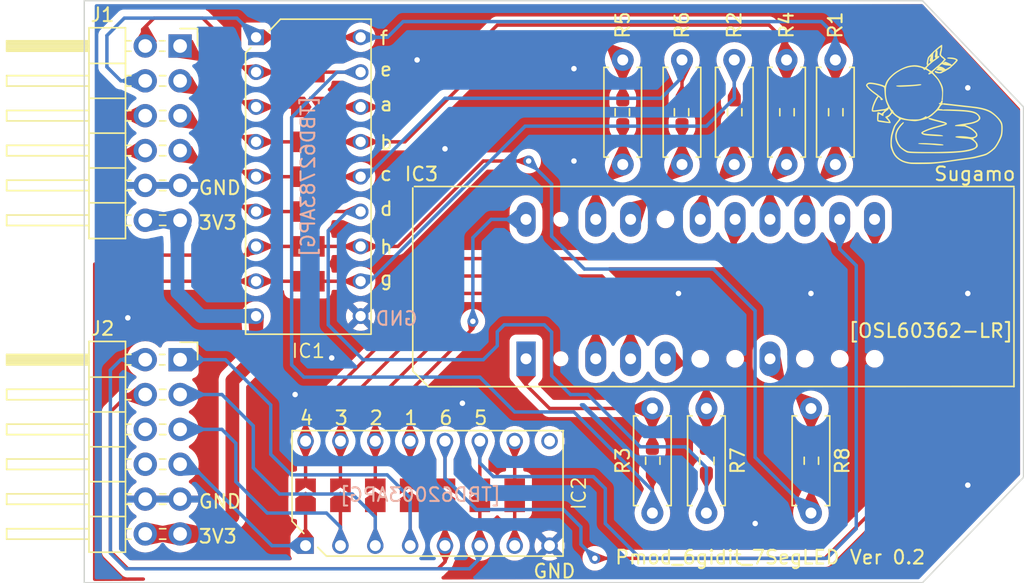
<source format=kicad_pcb>
(kicad_pcb (version 20221018) (generator pcbnew)
  (layers (0 "F.Cu" signal) (31 "B.Cu" signal) (34 "B.Paste" user) (35 "F.Paste" user) (36 "B.SilkS" user "B.Silkscreen") (37 "F.SilkS" user "F.Silkscreen") (38 "B.Mask" user) (39 "F.Mask" user) (44 "Edge.Cuts" user))
  (net 0 "")
  (net 1 "Net-(DS1-ANODE_E)")
  (net 2 "Net-(DS1-KATHODE_2)")
  (net 3 "Net-(DS1-KATHODE_3)")
  (net 4 "Net-(DS1-ANODE_D)")
  (net 5 "Net-(DS1-ANODE_DP)")
  (net 6 "Net-(DS1-KATHODE_6)")
  (net 7 "Net-(DS1-KATHODE_5)")
  (net 8 "Net-(DS1-ANODE_F)")
  (net 9 "Net-(DS1-ANODE_A)")
  (net 10 "Net-(DS1-KATHODE_4)")
  (net 11 "Net-(DS1-ANODE_G)")
  (net 12 "Net-(DS1-ANODE_C)")
  (net 13 "Net-(DS1-ANODE_B)")
  (net 14 "Net-(DS1-KATHODE_1)")
  (net 15 "Net-(IC1-I1)")
  (net 16 "Net-(IC1-I2)")
  (net 17 "Net-(IC1-I3)")
  (net 18 "Net-(IC1-I4)")
  (net 19 "Net-(IC1-I5)")
  (net 20 "Net-(IC1-I6)")
  (net 21 "Net-(IC1-I7)")
  (net 22 "Net-(IC1-I8)")
  (net 23 "VCC")
  (net 24 "GND")
  (net 25 "Net-(IC1-O8)")
  (net 26 "Net-(IC1-O7)")
  (net 27 "Net-(IC1-O6)")
  (net 28 "Net-(IC1-O5)")
  (net 29 "Net-(IC1-O4)")
  (net 30 "Net-(IC1-O3)")
  (net 31 "Net-(IC1-O2)")
  (net 32 "Net-(IC1-O1)")
  (net 33 "Net-(J2-Pin_1)")
  (net 34 "Net-(J2-Pin_2)")
  (net 35 "Net-(J2-Pin_3)")
  (net 36 "Net-(J2-Pin_4)")
  (net 37 "Net-(J2-Pin_7)")
  (net 38 "Net-(J2-Pin_8)")
  (net 41 "unconnected-(Q1-I7-Pad7)")
  (net 43 "unconnected-(Q1-O7-Pad10)")
  (footprint "Library:Resistor_SMD_THT" (layer "F.Cu") (at 146.939 100.076 90)
    (fp_text reference "R3")
    (fp_text value "68" hide)
  )
  (footprint "Library:Resistor_SMD_THT" (layer "F.Cu") (at 160.274 74.676 90)
    (fp_text reference "R1")
    (fp_text value "68" hide)
  )
  (footprint "Library:Resistor_SMD_THT" (layer "F.Cu") (at 150.876 100.076 90)
    (fp_text reference "R7")
    (fp_text value "68" hide)
  )
  (footprint "Library:Resistor_SMD_THT" (layer "F.Cu") (at 149.098 67.056 -90)
    (fp_text reference "R6")
    (fp_text value "68" hide)
  )
  (footprint "Library:Pmod" (layer "F.Cu") (at 112.522 88.9)
    (fp_text reference "J2")
    (fp_text value "Conn_02x06_Counter_Clockwise" hide)
  )
  (footprint "MyLibrary:logo_kamo_ss" (layer "F.Cu") (at 167.386 70.358)
    (fp_text reference "G***" hide)
    (fp_text value "LOGO" hide)
  )
  (footprint "MyLibrary:OSL60362-LR-with-allpin" (layer "F.Cu") (at 137.7315 88.836 90)
    (fp_text reference "IC3")
    (fp_text value "OSL60362-LR" hide)
  )
  (footprint "Library:Resistor_SMD_THT" (layer "F.Cu") (at 156.718 74.676 90)
    (fp_text reference "R4")
    (fp_text value "68" hide)
  )
  (footprint "Library:Resistor_SMD_THT" (layer "F.Cu") (at 144.78 67.056 -90)
    (fp_text reference "R5")
    (fp_text value "68" hide)
  )
  (footprint "Library:DIP762W60P254L1975H445Q16N_solderjumper" (layer "F.Cu") (at 130.556 98.642 90)
    (fp_text reference "IC2")
    (fp_text value "TBD62003APG" hide)
  )
  (footprint "Library:Pmod" (layer "F.Cu") (at 112.522 66.04)
    (fp_text reference "J1")
    (fp_text value "Conn_02x06_Counter_Clockwise" hide)
  )
  (footprint "Library:DIP762W55P254L2286H480Q18N_with_solderjumper" (layer "F.Cu") (at 121.867 75.565)
    (fp_text reference "IC1")
    (fp_text value "TBD62783APG" hide)
  )
  (footprint "Library:Resistor_SMD_THT" (layer "F.Cu") (at 158.496 100.076 90)
    (fp_text reference "R8")
    (fp_text value "68" hide)
  )
  (footprint "Library:Resistor_SMD_THT" (layer "F.Cu") (at 152.908 74.676 90)
    (fp_text reference "R2")
    (fp_text value "68" hide)
  )
  (gr_line (start 105.537 105.156) (end 105.537 62.738) (stroke (width 0.1)) (layer "Edge.Cuts"))
  (gr_line (start 166.624 105.156) (end 105.537 105.156) (stroke (width 0.1)) (layer "Edge.Cuts"))
  (gr_line (start 166.624 62.738) (end 173.99 70.485) (stroke (width 0.1)) (layer "Edge.Cuts"))
  (gr_line (start 105.537 62.738) (end 166.624 62.738) (stroke (width 0.1)) (layer "Edge.Cuts"))
  (gr_line (start 166.624 105.156) (end 173.99 97.4725) (stroke (width 0.1)) (layer "Edge.Cuts"))
  (gr_line (start 173.99 70.485) (end 173.99 97.4725) (stroke (width 0.1)) (layer "Edge.Cuts"))
  (gr_text "GND" (at 129.921 86.487) (layer "B.SilkS") (effects (font (size 1 1)) (justify left bottom mirror)))
  (gr_text "[TBD62783APG]" (at 122.428 69.596 90) (layer "B.SilkS") (effects (font (size 1 1)) (justify left bottom mirror)))
  (gr_text "[TBD62003APG]" (at 135.9916 99.3256) (layer "B.SilkS") (effects (font (size 1 1)) (justify left bottom mirror)))
  (gr_text "Pmod_6gidit_7SegLED Ver 0.2" (at 144.145 103.886) (layer "F.SilkS") (effects (font (size 1 1)) (justify left bottom)))
  (gr_text "Sugamo" (at 167.386 75.946) (layer "F.SilkS") (effects (font (size 1 1)) (justify left bottom)))
  (gr_text "5" (at 133.858 93.726) (layer "F.SilkS") (effects (font (size 1 1)) (justify left bottom)))
  (gr_text "GND" (at 113.792 99.822) (layer "F.SilkS") (effects (font (size 1 1)) (justify left bottom)))
  (gr_text "4" (at 121.158 93.726) (layer "F.SilkS") (effects (font (size 1 1)) (justify left bottom)))
  (gr_text "f" (at 127 66.04) (layer "F.SilkS") (effects (font (size 1 1)) (justify left bottom)))
  (gr_text "h" (at 127 81.28) (layer "F.SilkS") (effects (font (size 1 1)) (justify left bottom)))
  (gr_text "e" (at 127 68.326) (layer "F.SilkS") (effects (font (size 1 1)) (justify left bottom)))
  (gr_text "6" (at 131.318 93.726) (layer "F.SilkS") (effects (font (size 1 1)) (justify left bottom)))
  (gr_text "a" (at 127 70.866) (layer "F.SilkS") (effects (font (size 1 1)) (justify left bottom)))
  (gr_text "3V3" (at 113.792 102.362) (layer "F.SilkS") (effects (font (size 1 1)) (justify left bottom)))
  (gr_text "c" (at 127 75.946) (layer "F.SilkS") (effects (font (size 1 1)) (justify left bottom)))
  (gr_text "g" (at 127 83.566) (layer "F.SilkS") (effects (font (size 1 1)) (justify left bottom)))
  (gr_text "3V3" (at 113.792 79.502) (layer "F.SilkS") (effects (font (size 1 1)) (justify left bottom)))
  (gr_text "3" (at 123.698 93.726) (layer "F.SilkS") (effects (font (size 1 1)) (justify left bottom)))
  (gr_text "GND" (at 138.176 104.902) (layer "F.SilkS") (effects (font (size 1 1)) (justify left bottom)))
  (gr_text "d" (at 127 78.486) (layer "F.SilkS") (effects (font (size 1 1)) (justify left bottom)))
  (gr_text "GND" (at 113.792 76.962) (layer "F.SilkS") (effects (font (size 1 1)) (justify left bottom)))
  (gr_text "1" (at 128.778 93.726) (layer "F.SilkS") (effects (font (size 1 1)) (justify left bottom)))
  (gr_text "b" (at 127 73.66) (layer "F.SilkS") (effects (font (size 1 1)) (justify left bottom)))
  (gr_text "2" (at 126.238 93.726) (layer "F.SilkS") (effects (font (size 1 1)) (justify left bottom)))
  (gr_text "[OSL60362-LR]" (at 161.163 87.376) (layer "F.SilkS") (effects (font (size 1 1)) (justify left bottom)))
  (segment (start 137.7315 90.7415) (end 137.7315 88.836) (width 0.25) (layer "F.Cu") (net 1))
  (segment (start 146.939 95.3535) (end 146.939 92.456) (width 0.25) (layer "F.Cu") (net 1))
  (segment (start 146.939 92.456) (end 139.446 92.456) (width 0.25) (layer "F.Cu") (net 1))
  (segment (start 139.446 92.456) (end 137.7315 90.7415) (width 0.25) (layer "F.Cu") (net 1))
  (segment (start 131.953 84.963) (end 132.842 84.074) (width 0.25) (layer "F.Cu") (net 2))
  (segment (start 141.478 84.074) (end 142.8115 85.4075) (width 0.25) (layer "F.Cu") (net 2))
  (segment (start 131.953 86.741) (end 131.953 84.963) (width 0.25) (layer "F.Cu") (net 2))
  (segment (start 126.746 97.774) (end 126.746 94.832) (width 0.25) (layer "F.Cu") (net 2))
  (segment (start 142.8115 85.4075) (end 142.8115 88.836) (width 0.25) (layer "F.Cu") (net 2))
  (segment (start 126.746 94.832) (end 126.746 91.948) (width 0.25) (layer "F.Cu") (net 2))
  (segment (start 132.842 84.074) (end 141.478 84.074) (width 0.25) (layer "F.Cu") (net 2))
  (segment (start 126.746 91.948) (end 131.953 86.741) (width 0.25) (layer "F.Cu") (net 2))
  (segment (start 132.08 82.804) (end 143.256 82.804) (width 0.25) (layer "F.Cu") (net 3))
  (segment (start 124.206 94.832) (end 124.206 92.456) (width 0.25) (layer "F.Cu") (net 3))
  (segment (start 145.3515 84.8995) (end 145.3515 88.836) (width 0.25) (layer "F.Cu") (net 3))
  (segment (start 124.206 92.456) (end 130.683 85.979) (width 0.25) (layer "F.Cu") (net 3))
  (segment (start 124.206 97.774) (end 124.206 94.832) (width 0.25) (layer "F.Cu") (net 3))
  (segment (start 143.256 82.804) (end 145.3515 84.8995) (width 0.25) (layer "F.Cu") (net 3))
  (segment (start 130.683 84.201) (end 132.08 82.804) (width 0.25) (layer "F.Cu") (net 3))
  (segment (start 130.683 85.979) (end 130.683 84.201) (width 0.25) (layer "F.Cu") (net 3))
  (segment (start 150.876 95.3535) (end 150.876 92.456) (width 0.25) (layer "F.Cu") (net 4))
  (segment (start 150.876 92.456) (end 150.876 90.932) (width 0.25) (layer "F.Cu") (net 4))
  (segment (start 148.78 88.836) (end 147.8915 88.836) (width 0.25) (layer "F.Cu") (net 4))
  (segment (start 150.876 90.932) (end 148.78 88.836) (width 0.25) (layer "F.Cu") (net 4))
  (segment (start 158.496 92.456) (end 155.5115 89.4715) (width 0.25) (layer "F.Cu") (net 5))
  (segment (start 155.5115 89.4715) (end 155.5115 88.836) (width 0.25) (layer "F.Cu") (net 5))
  (segment (start 158.496 95.3535) (end 158.496 92.456) (width 0.25) (layer "F.Cu") (net 5))
  (segment (start 164.084 98.806) (end 164.084 81.534) (width 0.25) (layer "F.Cu") (net 6))
  (segment (start 131.826 97.774) (end 131.826 94.832) (width 0.25) (layer "F.Cu") (net 6))
  (segment (start 142.748 103.378) (end 159.512 103.378) (width 0.25) (layer "F.Cu") (net 6))
  (segment (start 163.1315 80.5815) (end 163.1315 78.676) (width 0.25) (layer "F.Cu") (net 6))
  (segment (start 159.512 103.378) (end 164.084 98.806) (width 0.25) (layer "F.Cu") (net 6))
  (segment (start 164.084 81.534) (end 163.1315 80.5815) (width 0.25) (layer "F.Cu") (net 6))
  (via (at 142.748 103.378) (size 0.8) (drill 0.4) (layers "F.Cu" "B.Cu") (net 6))
  (segment (start 141.732 101.092) (end 140.462 99.822) (width 0.25) (layer "B.Cu") (net 6))
  (segment (start 141.732 102.362) (end 141.732 101.092) (width 0.25) (layer "B.Cu") (net 6))
  (segment (start 131.826 97.536) (end 131.826 94.832) (width 0.25) (layer "B.Cu") (net 6))
  (segment (start 142.748 103.378) (end 141.732 102.362) (width 0.25) (layer "B.Cu") (net 6))
  (segment (start 140.462 99.822) (end 134.112 99.822) (width 0.25) (layer "B.Cu") (net 6))
  (segment (start 134.112 99.822) (end 131.826 97.536) (width 0.25) (layer "B.Cu") (net 6))
  (segment (start 134.366 97.774) (end 134.366 94.832) (width 0.25) (layer "F.Cu") (net 7))
  (segment (start 135.3566 97.4206) (end 142.6326 97.4206) (width 0.25) (layer "B.Cu") (net 7))
  (segment (start 160.5915 80.8355) (end 160.5915 78.676) (width 0.25) (layer "B.Cu") (net 7))
  (segment (start 159.639 103.378) (end 161.798 101.219) (width 0.25) (layer "B.Cu") (net 7))
  (segment (start 143.51 98.298) (end 143.51 100.838) (width 0.25) (layer "B.Cu") (net 7))
  (segment (start 146.05 103.378) (end 159.639 103.378) (width 0.25) (layer "B.Cu") (net 7))
  (segment (start 143.51 100.838) (end 146.05 103.378) (width 0.25) (layer "B.Cu") (net 7))
  (segment (start 142.6326 97.4206) (end 143.51 98.298) (width 0.25) (layer "B.Cu") (net 7))
  (segment (start 134.366 96.43) (end 135.3566 97.4206) (width 0.25) (layer "B.Cu") (net 7))
  (segment (start 161.798 82.042) (end 160.5915 80.8355) (width 0.25) (layer "B.Cu") (net 7))
  (segment (start 134.366 94.832) (end 134.366 96.43) (width 0.25) (layer "B.Cu") (net 7))
  (segment (start 161.798 101.219) (end 161.798 82.042) (width 0.25) (layer "B.Cu") (net 7))
  (segment (start 158.0515 78.676) (end 158.0515 76.8985) (width 0.25) (layer "F.Cu") (net 8))
  (segment (start 160.274 71.7785) (end 160.274 74.676) (width 0.25) (layer "F.Cu") (net 8))
  (segment (start 158.0515 76.8985) (end 160.274 74.676) (width 0.25) (layer "F.Cu") (net 8))
  (segment (start 156.718 74.676) (end 156.718 71.7785) (width 0.25) (layer "F.Cu") (net 9))
  (segment (start 155.5115 78.676) (end 155.5115 75.8825) (width 0.25) (layer "F.Cu") (net 9))
  (segment (start 155.5115 75.8825) (end 156.718 74.676) (width 0.25) (layer "F.Cu") (net 9))
  (segment (start 129.54 85.344) (end 129.54 83.312) (width 0.25) (layer "F.Cu") (net 10))
  (segment (start 131.318 81.534) (end 151.892 81.534) (width 0.25) (layer "F.Cu") (net 10))
  (segment (start 121.666 94.832) (end 121.666 93.218) (width 0.25) (layer "F.Cu") (net 10))
  (segment (start 121.666 98.06) (end 121.666 94.832) (width 0.25) (layer "F.Cu") (net 10))
  (segment (start 121.666 93.218) (end 129.54 85.344) (width 0.25) (layer "F.Cu") (net 10))
  (segment (start 151.892 81.534) (end 152.966 80.46) (width 0.25) (layer "F.Cu") (net 10))
  (segment (start 129.54 83.312) (end 131.318 81.534) (width 0.25) (layer "F.Cu") (net 10))
  (segment (start 152.966 80.46) (end 152.966 79.19) (width 0.25) (layer "F.Cu") (net 10))
  (segment (start 150.4315 78.676) (end 150.4315 77.1525) (width 0.25) (layer "F.Cu") (net 11))
  (segment (start 150.4315 77.1525) (end 152.908 74.676) (width 0.25) (layer "F.Cu") (net 11))
  (segment (start 152.908 74.676) (end 152.908 71.7785) (width 0.25) (layer "F.Cu") (net 11))
  (segment (start 149.098 74.676) (end 149.098 71.7785) (width 0.25) (layer "F.Cu") (net 12))
  (segment (start 145.3515 78.676) (end 145.3515 78.4225) (width 0.25) (layer "F.Cu") (net 12))
  (segment (start 145.3515 78.4225) (end 149.098 74.676) (width 0.25) (layer "F.Cu") (net 12))
  (segment (start 142.8115 76.6445) (end 144.78 74.676) (width 0.25) (layer "F.Cu") (net 13))
  (segment (start 144.78 74.676) (end 144.78 71.7785) (width 0.25) (layer "F.Cu") (net 13))
  (segment (start 142.8115 78.676) (end 142.8115 76.6445) (width 0.25) (layer "F.Cu") (net 13))
  (segment (start 129.286 97.774) (end 129.286 94.832) (width 0.25) (layer "F.Cu") (net 14))
  (segment (start 129.286 91.186) (end 129.286 94.832) (width 0.25) (layer "F.Cu") (net 14))
  (segment (start 133.858 86.614) (end 129.286 91.186) (width 0.25) (layer "F.Cu") (net 14))
  (segment (start 133.858 86.106) (end 133.858 86.614) (width 0.25) (layer "F.Cu") (net 14))
  (via (at 133.858 86.106) (size 0.8) (drill 0.4) (layers "F.Cu" "B.Cu") (net 14))
  (segment (start 135.192 78.676) (end 137.7315 78.676) (width 0.25) (layer "B.Cu") (net 14))
  (segment (start 133.858 80.01) (end 135.192 78.676) (width 0.25) (layer "B.Cu") (net 14))
  (segment (start 133.858 86.106) (end 133.858 80.01) (width 0.25) (layer "B.Cu") (net 14))
  (segment (start 118.057 65.405) (end 121.105 65.405) (width 0.25) (layer "F.Cu") (net 15))
  (segment (start 108.458 64.008) (end 116.66 64.008) (width 0.25) (layer "B.Cu") (net 15))
  (segment (start 109.79 68.58) (end 108.204 68.58) (width 0.25) (layer "B.Cu") (net 15))
  (segment (start 107.188 65.278) (end 108.458 64.008) (width 0.25) (layer "B.Cu") (net 15))
  (segment (start 108.204 68.58) (end 107.188 67.564) (width 0.25) (layer "B.Cu") (net 15))
  (segment (start 107.188 67.564) (end 107.188 65.278) (width 0.25) (layer "B.Cu") (net 15))
  (segment (start 116.66 64.008) (end 118.057 65.405) (width 0.25) (layer "B.Cu") (net 15))
  (segment (start 109.79 64.835) (end 110.617 64.008) (width 0.25) (layer "F.Cu") (net 16))
  (segment (start 109.79 66.04) (end 109.79 64.835) (width 0.25) (layer "F.Cu") (net 16))
  (segment (start 110.617 64.008) (end 114.173 64.008) (width 0.25) (layer "F.Cu") (net 16))
  (segment (start 114.173 64.008) (end 115.57 65.405) (width 0.25) (layer "F.Cu") (net 16))
  (segment (start 115.57 65.405) (end 115.57 66.04) (width 0.25) (layer "F.Cu") (net 16))
  (segment (start 117.475 67.945) (end 118.057 67.945) (width 0.25) (layer "F.Cu") (net 16))
  (segment (start 118.057 67.945) (end 121.105 67.945) (width 0.25) (layer "F.Cu") (net 16))
  (segment (start 115.57 66.04) (end 117.475 67.945) (width 0.25) (layer "F.Cu") (net 16))
  (segment (start 118.057 70.485) (end 121.105 70.485) (width 0.25) (layer "F.Cu") (net 17))
  (segment (start 117.475 70.485) (end 118.04 70.485) (width 0.25) (layer "F.Cu") (net 17))
  (segment (start 113.03 66.04) (end 117.475 70.485) (width 0.25) (layer "F.Cu") (net 17))
  (segment (start 112.33 66.04) (end 113.03 66.04) (width 0.25) (layer "F.Cu") (net 17))
  (segment (start 117.475 73.025) (end 118.057 73.025) (width 0.25) (layer "F.Cu") (net 18))
  (segment (start 112.33 68.58) (end 113.03 68.58) (width 0.25) (layer "F.Cu") (net 18))
  (segment (start 113.03 68.58) (end 117.475 73.025) (width 0.25) (layer "F.Cu") (net 18))
  (segment (start 118.057 73.025) (end 121.105 73.025) (width 0.25) (layer "F.Cu") (net 18))
  (segment (start 112.33 71.12) (end 113.03 71.12) (width 0.25) (layer "F.Cu") (net 19))
  (segment (start 113.03 71.12) (end 117.475 75.565) (width 0.25) (layer "F.Cu") (net 19))
  (segment (start 118.057 75.565) (end 121.105 75.565) (width 0.25) (layer "F.Cu") (net 19))
  (segment (start 117.475 75.565) (end 118.04 75.565) (width 0.25) (layer "F.Cu") (net 19))
  (segment (start 118.057 78.105) (end 121.105 78.105) (width 0.25) (layer "F.Cu") (net 20))
  (segment (start 112.33 73.66) (end 113.03 73.66) (width 0.25) (layer "F.Cu") (net 20))
  (segment (start 117.475 78.105) (end 118.04 78.105) (width 0.25) (layer "F.Cu") (net 20))
  (segment (start 113.03 73.66) (end 117.475 78.105) (width 0.25) (layer "F.Cu") (net 20))
  (segment (start 109.79 73.66) (end 108.585 73.66) (width 0.25) (layer "F.Cu") (net 21))
  (segment (start 118.04 80.715) (end 118.04 80.645) (width 0.25) (layer "F.Cu") (net 21))
  (segment (start 107.696 74.549) (end 107.696 80.391) (width 0.25) (layer "F.Cu") (net 21))
  (segment (start 117.475 81.28) (end 118.04 80.715) (width 0.25) (layer "F.Cu") (net 21))
  (segment (start 118.057 80.645) (end 121.105 80.645) (width 0.25) (layer "F.Cu") (net 21))
  (segment (start 108.585 73.66) (end 107.696 74.549) (width 0.25) (layer "F.Cu") (net 21))
  (segment (start 108.585 81.28) (end 117.475 81.28) (width 0.25) (layer "F.Cu") (net 21))
  (segment (start 107.696 80.391) (end 108.585 81.28) (width 0.25) (layer "F.Cu") (net 21))
  (segment (start 106.934 72.136) (end 106.934 81.534) (width 0.25) (layer "F.Cu") (net 22))
  (segment (start 108.585 83.185) (end 118.04 83.185) (width 0.25) (layer "F.Cu") (net 22))
  (segment (start 107.95 71.12) (end 106.934 72.136) (width 0.25) (layer "F.Cu") (net 22))
  (segment (start 106.934 81.534) (end 108.585 83.185) (width 0.25) (layer "F.Cu") (net 22))
  (segment (start 109.79 71.12) (end 107.95 71.12) (width 0.25) (layer "F.Cu") (net 22))
  (segment (start 118.057 83.185) (end 121.105 83.185) (width 0.25) (layer "F.Cu") (net 22))
  (segment (start 118.057 88.699) (end 116.332 90.424) (width 1) (layer "F.Cu") (net 23))
  (segment (start 115.062 101.6) (end 112.33 101.6) (width 1) (layer "F.Cu") (net 23))
  (segment (start 118.057 85.725) (end 118.057 88.699) (width 1) (layer "F.Cu") (net 23))
  (segment (start 112.33 101.6) (end 109.79 101.6) (width 1) (layer "F.Cu") (net 23))
  (segment (start 116.332 100.33) (end 115.062 101.6) (width 1) (layer "F.Cu") (net 23))
  (segment (start 116.332 90.424) (end 116.332 100.33) (width 1) (layer "F.Cu") (net 23))
  (segment (start 112.33 78.74) (end 112.33 84.009) (width 1) (layer "B.Cu") (net 23))
  (segment (start 112.33 84.009) (end 114.046 85.725) (width 1) (layer "B.Cu") (net 23))
  (segment (start 109.79 78.74) (end 112.33 78.74) (width 1) (layer "B.Cu") (net 23))
  (segment (start 114.046 85.725) (end 118.057 85.725) (width 1) (layer "B.Cu") (net 23))
  (via (at 148.844 84.074) (size 0.8) (drill 0.4) (layers "F.Cu" "B.Cu") (net 24))
  (via (at 158.496 84.074) (size 0.8) (drill 0.4) (layers "F.Cu" "B.Cu") (net 24))
  (via (at 169.926 69.088) (size 0.8) (drill 0.4) (layers "F.Cu" "B.Cu") (net 24))
  (via (at 141.224 67.691) (size 0.8) (drill 0.4) (layers "F.Cu" "B.Cu") (net 24))
  (via (at 141.224 74.422) (size 0.8) (drill 0.4) (layers "F.Cu" "B.Cu") (net 24))
  (via (at 108.712 85.852) (size 0.8) (drill 0.4) (layers "F.Cu" "B.Cu") (net 24))
  (via (at 120.904 91.44) (size 0.8) (drill 0.4) (layers "F.Cu" "B.Cu") (net 24))
  (via (at 154.432 100.838) (size 0.8) (drill 0.4) (layers "F.Cu" "B.Cu") (net 24))
  (via (at 129.794 67.056) (size 0.8) (drill 0.4) (layers "F.Cu" "B.Cu") (net 24))
  (via (at 133.096 92.075) (size 0.8) (drill 0.4) (layers "F.Cu" "B.Cu") (net 24))
  (via (at 131.826 73.533) (size 0.8) (drill 0.4) (layers "F.Cu" "B.Cu") (net 24))
  (via (at 169.926 98.044) (size 0.8) (drill 0.4) (layers "F.Cu" "B.Cu") (net 24))
  (via (at 123.571 88.773) (size 0.8) (drill 0.4) (layers "F.Cu" "B.Cu") (net 24))
  (via (at 169.926 84.074) (size 0.8) (drill 0.4) (layers "F.Cu" "B.Cu") (net 24))
  (segment (start 122.555 83.185) (end 125.677 83.185) (width 0.25) (layer "F.Cu") (net 25))
  (segment (start 152.908 69.9535) (end 152.908 67.056) (width 0.25) (layer "F.Cu") (net 25))
  (segment (start 152.908 69.85) (end 152.908 67.056) (width 0.25) (layer "B.Cu") (net 25))
  (segment (start 125.677 83.185) (end 126.365 83.185) (width 0.25) (layer "B.Cu") (net 25))
  (segment (start 150.876 71.882) (end 152.908 69.85) (width 0.25) (layer "B.Cu") (net 25))
  (segment (start 137.668 71.882) (end 150.876 71.882) (width 0.25) (layer "B.Cu") (net 25))
  (segment (start 126.365 83.185) (end 137.668 71.882) (width 0.25) (layer "B.Cu") (net 25))
  (segment (start 122.555 80.645) (end 125.677 80.645) (width 0.25) (layer "F.Cu") (net 26))
  (segment (start 158.496 100.076) (end 158.496 97.1785) (width 0.25) (layer "F.Cu") (net 26))
  (segment (start 128.397 80.645) (end 125.677 80.645) (width 0.25) (layer "F.Cu") (net 26))
  (segment (start 134.62 74.422) (end 128.397 80.645) (width 0.25) (layer "F.Cu") (net 26))
  (segment (start 137.922 74.422) (end 134.62 74.422) (width 0.25) (layer "F.Cu") (net 26))
  (via (at 137.922 74.422) (size 0.8) (drill 0.4) (layers "F.Cu" "B.Cu") (net 26))
  (segment (start 154.4245 96.0045) (end 158.496 100.076) (width 0.25) (layer "B.Cu") (net 26))
  (segment (start 151.384 82.296) (end 154.4245 85.3365) (width 0.25) (layer "B.Cu") (net 26))
  (segment (start 139.5965 76.0965) (end 139.5965 79.9065) (width 0.25) (layer "B.Cu") (net 26))
  (segment (start 139.5965 79.9065) (end 141.986 82.296) (width 0.25) (layer "B.Cu") (net 26))
  (segment (start 141.986 82.296) (end 151.384 82.296) (width 0.25) (layer "B.Cu") (net 26))
  (segment (start 154.4245 85.3365) (end 154.4245 96.0045) (width 0.25) (layer "B.Cu") (net 26))
  (segment (start 137.922 74.422) (end 139.5965 76.0965) (width 0.25) (layer "B.Cu") (net 26))
  (segment (start 122.555 78.105) (end 125.677 78.105) (width 0.25) (layer "F.Cu") (net 27))
  (segment (start 150.876 100.076) (end 150.876 97.1785) (width 0.25) (layer "F.Cu") (net 27))
  (segment (start 139.5965 90.0665) (end 140.97 91.44) (width 0.25) (layer "B.Cu") (net 27))
  (segment (start 142.24 91.44) (end 146.05 95.25) (width 0.25) (layer "B.Cu") (net 27))
  (segment (start 139.5965 86.8915) (end 139.5965 90.0665) (width 0.25) (layer "B.Cu") (net 27))
  (segment (start 135.636 86.868) (end 136.144 86.36) (width 0.25) (layer "B.Cu") (net 27))
  (segment (start 123.317 86.36) (end 125.857 88.9) (width 0.25) (layer "B.Cu") (net 27))
  (segment (start 136.144 86.36) (end 139.065 86.36) (width 0.25) (layer "B.Cu") (net 27))
  (segment (start 139.065 86.36) (end 139.5965 86.8915) (width 0.25) (layer "B.Cu") (net 27))
  (segment (start 140.97 91.44) (end 142.24 91.44) (width 0.25) (layer "B.Cu") (net 27))
  (segment (start 125.677 78.105) (end 124.714 78.105) (width 0.25) (layer "B.Cu") (net 27))
  (segment (start 150.876 96.774) (end 150.876 100.076) (width 0.25) (layer "B.Cu") (net 27))
  (segment (start 134.62 88.9) (end 135.636 87.884) (width 0.25) (layer "B.Cu") (net 27))
  (segment (start 146.05 95.25) (end 149.352 95.25) (width 0.25) (layer "B.Cu") (net 27))
  (segment (start 124.714 78.105) (end 123.317 79.502) (width 0.25) (layer "B.Cu") (net 27))
  (segment (start 125.857 88.9) (end 134.62 88.9) (width 0.25) (layer "B.Cu") (net 27))
  (segment (start 149.352 95.25) (end 150.876 96.774) (width 0.25) (layer "B.Cu") (net 27))
  (segment (start 135.636 87.884) (end 135.636 86.868) (width 0.25) (layer "B.Cu") (net 27))
  (segment (start 123.317 79.502) (end 123.317 86.36) (width 0.25) (layer "B.Cu") (net 27))
  (segment (start 122.555 75.565) (end 125.677 75.565) (width 0.25) (layer "F.Cu") (net 28))
  (segment (start 149.098 69.9535) (end 149.098 67.056) (width 0.25) (layer "F.Cu") (net 28))
  (segment (start 125.677 75.565) (end 126.111 75.565) (width 0.25) (layer "B.Cu") (net 28))
  (segment (start 131.826 69.85) (end 147.574 69.85) (width 0.25) (layer "B.Cu") (net 28))
  (segment (start 149.098 68.326) (end 149.098 67.056) (width 0.25) (layer "B.Cu") (net 28))
  (segment (start 147.574 69.85) (end 149.098 68.326) (width 0.25) (layer "B.Cu") (net 28))
  (segment (start 126.111 75.565) (end 131.826 69.85) (width 0.25) (layer "B.Cu") (net 28))
  (segment (start 144.78 69.9535) (end 144.78 67.056) (width 0.25) (layer "F.Cu") (net 29))
  (segment (start 122.555 73.025) (end 125.677 73.025) (width 0.25) (layer "F.Cu") (net 29))
  (segment (start 143.51 65.786) (end 144.78 67.056) (width 0.25) (layer "F.Cu") (net 29))
  (segment (start 136.144 65.786) (end 143.51 65.786) (width 0.25) (layer "F.Cu") (net 29))
  (segment (start 128.905 73.025) (end 136.144 65.786) (width 0.25) (layer "F.Cu") (net 29))
  (segment (start 125.677 73.025) (end 128.905 73.025) (width 0.25) (layer "F.Cu") (net 29))
  (segment (start 155.448 64.516) (end 156.718 65.786) (width 0.25) (layer "F.Cu") (net 30))
  (segment (start 122.555 70.485) (end 125.677 70.485) (width 0.25) (layer "F.Cu") (net 30))
  (segment (start 129.667 70.485) (end 135.636 64.516) (width 0.25) (layer "F.Cu") (net 30))
  (segment (start 156.718 69.9535) (end 156.718 67.056) (width 0.25) (layer "F.Cu") (net 30))
  (segment (start 135.636 64.516) (end 155.448 64.516) (width 0.25) (layer "F.Cu") (net 30))
  (segment (start 125.677 70.485) (end 129.667 70.485) (width 0.25) (layer "F.Cu") (net 30))
  (segment (start 156.718 65.786) (end 156.718 67.056) (width 0.25) (layer "F.Cu") (net 30))
  (segment (start 122.555 67.945) (end 125.677 67.945) (width 0.25) (layer "F.Cu") (net 31))
  (segment (start 146.939 97.1785) (end 146.939 100.076) (width 0.25) (layer "F.Cu") (net 31))
  (segment (start 120.65 89.281) (end 121.539 90.17) (width 0.25) (layer "B.Cu") (net 31))
  (segment (start 136.906 92.71) (end 141.224 92.71) (width 0.25) (layer "B.Cu") (net 31))
  (segment (start 146.939 98.425) (end 146.939 100.076) (width 0.25) (layer "B.Cu") (net 31))
  (segment (start 123.952 67.945) (end 120.65 71.247) (width 0.25) (layer "B.Cu") (net 31))
  (segment (start 121.539 90.17) (end 134.366 90.17) (width 0.25) (layer "B.Cu") (net 31))
  (segment (start 125.677 67.945) (end 123.952 67.945) (width 0.25) (layer "B.Cu") (net 31))
  (segment (start 120.65 71.247) (end 120.65 89.281) (width 0.25) (layer "B.Cu") (net 31))
  (segment (start 141.224 92.71) (end 146.939 98.425) (width 0.25) (layer "B.Cu") (net 31))
  (segment (start 134.366 90.17) (end 136.906 92.71) (width 0.25) (layer "B.Cu") (net 31))
  (segment (start 160.274 69.9535) (end 160.274 67.056) (width 0.25) (layer "F.Cu") (net 32))
  (segment (start 122.555 65.405) (end 125.677 65.405) (width 0.25) (layer "F.Cu") (net 32))
  (segment (start 127.635 65.405) (end 128.778 64.262) (width 0.25) (layer "B.Cu") (net 32))
  (segment (start 159.258 64.262) (end 160.274 65.278) (width 0.25) (layer "B.Cu") (net 32))
  (segment (start 128.778 64.262) (end 159.258 64.262) (width 0.25) (layer "B.Cu") (net 32))
  (segment (start 125.677 65.405) (end 127.635 65.405) (width 0.25) (layer "B.Cu") (net 32))
  (segment (start 160.274 65.278) (end 160.274 67.056) (width 0.25) (layer "B.Cu") (net 32))
  (segment (start 129.286 102.452) (end 129.286 99.224) (width 0.25) (layer "F.Cu") (net 33))
  (segment (start 119.126 92.202) (end 119.126 95.795) (width 0.25) (layer "B.Cu") (net 33))
  (segment (start 129.286 98.97) (end 129.286 102.452) (width 0.25) (layer "B.Cu") (net 33))
  (segment (start 127.6096 97.2936) (end 129.286 98.97) (width 0.25) (layer "B.Cu") (net 33))
  (segment (start 112.33 88.9) (end 115.824 88.9) (width 0.25) (layer "B.Cu") (net 33))
  (segment (start 115.824 88.9) (end 119.126 92.202) (width 0.25) (layer "B.Cu") (net 33))
  (segment (start 120.6246 97.2936) (end 127.6096 97.2936) (width 0.25) (layer "B.Cu") (net 33))
  (segment (start 119.126 95.795) (end 120.6246 97.2936) (width 0.25) (layer "B.Cu") (net 33))
  (segment (start 126.746 102.452) (end 126.746 99.224) (width 0.25) (layer "F.Cu") (net 34))
  (segment (start 115.57 91.44) (end 117.856 93.726) (width 0.25) (layer "B.Cu") (net 34))
  (segment (start 125.0696 98.6906) (end 126.746 100.367) (width 0.25) (layer "B.Cu") (net 34))
  (segment (start 119.7726 98.6906) (end 125.0696 98.6906) (width 0.25) (layer "B.Cu") (net 34))
  (segment (start 112.33 91.44) (end 115.57 91.44) (width 0.25) (layer "B.Cu") (net 34))
  (segment (start 117.856 93.726) (end 117.856 96.774) (width 0.25) (layer "B.Cu") (net 34))
  (segment (start 117.856 96.774) (end 119.7726 98.6906) (width 0.25) (layer "B.Cu") (net 34))
  (segment (start 126.746 100.367) (end 126.746 102.452) (width 0.25) (layer "B.Cu") (net 34))
  (segment (start 124.206 102.452) (end 124.206 99.224) (width 0.25) (layer "F.Cu") (net 35))
  (segment (start 118.872 100.076) (end 123.19 100.076) (width 0.25) (layer "B.Cu") (net 35))
  (segment (start 115.57 93.98) (end 116.586 94.996) (width 0.25) (layer "B.Cu") (net 35))
  (segment (start 116.586 97.79) (end 118.872 100.076) (width 0.25) (layer "B.Cu") (net 35))
  (segment (start 116.586 94.996) (end 116.586 97.79) (width 0.25) (layer "B.Cu") (net 35))
  (segment (start 112.33 93.98) (end 115.57 93.98) (width 0.25) (layer "B.Cu") (net 35))
  (segment (start 123.19 100.076) (end 124.206 101.092) (width 0.25) (layer "B.Cu") (net 35))
  (segment (start 124.206 101.092) (end 124.206 102.452) (width 0.25) (layer "B.Cu") (net 35))
  (segment (start 121.666 102.452) (end 121.666 99.51) (width 0.25) (layer "F.Cu") (net 36))
  (segment (start 112.33 96.52) (end 113.284 96.52) (width 0.25) (layer "B.Cu") (net 36))
  (segment (start 113.284 96.52) (end 119.216 102.452) (width 0.25) (layer "B.Cu") (net 36))
  (segment (start 119.216 102.452) (end 121.666 102.452) (width 0.25) (layer "B.Cu") (net 36))
  (segment (start 134.366 102.452) (end 134.366 99.224) (width 0.25) (layer "F.Cu") (net 37))
  (segment (start 133.604 104.14) (end 134.366 103.378) (width 0.25) (layer "B.Cu") (net 37))
  (segment (start 107.442 89.662) (end 107.442 102.997) (width 0.25) (layer "B.Cu") (net 37))
  (segment (start 107.442 102.997) (end 108.585 104.14) (width 0.25) (layer "B.Cu") (net 37))
  (segment (start 109.79 88.9) (end 108.204 88.9) (width 0.25) (layer "B.Cu") (net 37))
  (segment (start 134.366 103.378) (end 134.366 102.452) (width 0.25) (layer "B.Cu") (net 37))
  (segment (start 108.585 104.14) (end 133.604 104.14) (width 0.25) (layer "B.Cu") (net 37))
  (segment (start 108.204 88.9) (end 107.442 89.662) (width 0.25) (layer "B.Cu") (net 37))
  (segment (start 131.826 102.452) (end 131.826 99.224) (width 0.25) (layer "F.Cu") (net 38))
  (segment (start 131.318 104.14) (end 131.826 103.632) (width 0.25) (layer "F.Cu") (net 38))
  (segment (start 107.442 92.71) (end 107.442 102.87) (width 0.25) (layer "F.Cu") (net 38))
  (segment (start 108.712 104.14) (end 131.318 104.14) (width 0.25) (layer "F.Cu") (net 38))
  (segment (start 131.826 103.632) (end 131.826 102.452) (width 0.25) (layer "F.Cu") (net 38))
  (segment (start 108.712 91.44) (end 107.442 92.71) (width 0.25) (layer "F.Cu") (net 38))
  (segment (start 107.442 102.87) (end 108.712 104.14) (width 0.25) (layer "F.Cu") (net 38))
  (segment (start 109.79 91.44) (end 108.712 91.44) (width 0.25) (layer "F.Cu") (net 38))
  (segment (start 136.906 102.452) (end 136.906 99.224) (width 0.25) (layer "F.Cu") (net 41))
  (segment (start 136.906 97.774) (end 136.906 94.832) (width 0.25) (layer "F.Cu") (net 43))
  (zone (net 0) (net_name "") (layer "F.Cu") (connect_pads thru_hole_only (clearance 0)) (min_thickness 0.25)
    (keepout (tracks allowed) (vias allowed) (pads allowed) (copperpour not_allowed) (footprints allowed))
    (fill (thermal_gap 0.5) (thermal_bridge_width 0.5))
    (polygon (pts (xy 108.712 74.676) (xy 113.284 74.676) (xy 114.046 77.978) (xy 114.046 80.518) (xy 108.712 80.772) (xy 108.204 80.264) (xy 108.204 75.184)))
  )
  (zone (net 24) (net_name "GND") (layer "F.Cu") (connect_pads thru_hole_only (clearance 0.5)) (min_thickness 0.25) (fill yes (thermal_gap 0.5) (thermal_bridge_width 0.5))
    (polygon (pts (xy 106.172 63.246) (xy 166.624 62.992) (xy 173.736 70.612) (xy 173.736 97.282) (xy 166.37 104.775) (xy 106.172 105.029)))
  )
  (zone (net 24) (net_name "GND") (layer "B.Cu") (connect_pads thru_hole_only (clearance 0.5)) (min_thickness 0.25) (fill yes (thermal_gap 0.5) (thermal_bridge_width 0.5))
    (polygon (pts (xy 106.299 62.992) (xy 166.624 62.992) (xy 173.736 70.739) (xy 173.736 97.282) (xy 166.37 104.902) (xy 106.299 104.902)))
  )
)
</source>
